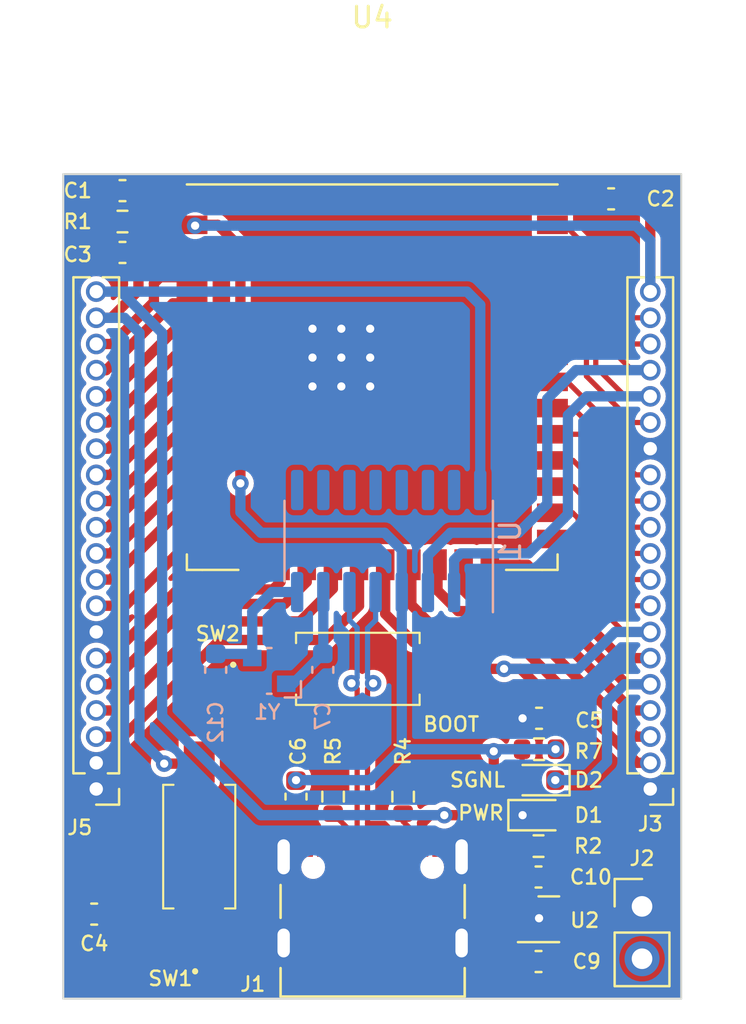
<source format=kicad_pcb>
(kicad_pcb (version 20221018) (generator pcbnew)
  (layers (0 "F.Cu" signal) (31 "B.Cu" signal) (34 "B.Paste" user) (35 "F.Paste" user) (36 "B.SilkS" user "B.Silkscreen") (37 "F.SilkS" user "F.Silkscreen") (38 "B.Mask" user) (39 "F.Mask" user) (44 "Edge.Cuts" user))
  (net 0 "")
  (net 1 "+3.3V")
  (net 2 "GND")
  (net 3 "EN")
  (net 4 "IO0")
  (net 5 "+5V")
  (net 6 "Net-(D1-A)")
  (net 7 "IO16")
  (net 8 "Net-(D2-A)")
  (net 9 "/CC1")
  (net 10 "/D+")
  (net 11 "/D-")
  (net 13 "/CC2")
  (net 15 "CLK")
  (net 16 "SD0")
  (net 17 "SD1")
  (net 18 "IO15")
  (net 19 "IO2")
  (net 20 "IO4")
  (net 21 "IO17")
  (net 22 "IO5")
  (net 23 "IO18")
  (net 24 "IO19")
  (net 25 "IO21")
  (net 26 "IO3")
  (net 27 "IO1")
  (net 28 "IO22")
  (net 29 "IO23")
  (net 30 "CMD")
  (net 31 "SD3")
  (net 32 "SD2")
  (net 33 "IO13")
  (net 34 "IO12")
  (net 35 "IO14")
  (net 36 "IO27")
  (net 37 "IO26")
  (net 38 "IO25")
  (net 39 "IO33")
  (net 40 "IO32")
  (net 41 "IO35")
  (net 42 "IO34")
  (net 43 "IO39")
  (net 44 "IO36")
  (net 46 "Net-(U1-XI)")
  (net 47 "Net-(U1-XO)")
  (footprint "Footprint_KiCAD:PTS636SM43SMTRLFS" (layer "F.Cu") (at 124.3 59)
    (fp_text reference "SW2")
    (fp_text value "PTS636_SM43_SMTR_LFS" hide)
  )
  (footprint "LED_SMD:LED_0603_1608Metric" (layer "F.Cu") (at 133.1 64.4 180)
    (fp_text reference "D2")
    (fp_text value "LED")
  )
  (footprint "Footprint_KiCAD:PTS636SM43SMTRLFS" (layer "F.Cu") (at 116.6 67.625 90)
    (fp_text reference "SW1")
    (fp_text value "PTS636_SM43_SMTR_LFS" hide)
  )
  (footprint "Capacitor_SMD:C_0603_1608Metric" (layer "F.Cu") (at 111.5 70.9 180)
    (fp_text reference "C4")
    (fp_text value ".1uF")
  )
  (footprint "Capacitor_SMD:C_0603_1608Metric" (layer "F.Cu") (at 121.3 65.2 -90)
    (fp_text reference "C6")
    (fp_text value "10nF")
  )
  (footprint "Resistor_SMD:R_0603_1608Metric" (layer "F.Cu") (at 123.1 65.2 90)
    (fp_text reference "R5")
    (fp_text value "5.1K")
  )
  (footprint "Capacitor_SMD:C_0603_1608Metric" (layer "F.Cu") (at 133.075 69.1 180)
    (fp_text reference "C10")
    (fp_text value "2.2uF")
  )
  (footprint "Connector_PinHeader_1.27mm:PinHeader_1x20_P1.27mm_Vertical" (layer "F.Cu") (at 138.5 64.83 180)
    (fp_text reference "J3")
    (fp_text value "Conn_01x20")
  )
  (footprint "Capacitor_SMD:C_0603_1608Metric" (layer "F.Cu") (at 112.875 38.8 180)
    (fp_text reference "C3")
    (fp_text value ".1uF")
  )
  (footprint "Footprint_KiCAD:AMPHENOL_12402012E212A" (layer "F.Cu") (at 125.02 72.3)
    (fp_text reference "J1")
    (fp_text value "12402012E212A")
  )
  (footprint "Resistor_SMD:R_0603_1608Metric" (layer "F.Cu") (at 133.1 62.9 180)
    (fp_text reference "R7")
    (fp_text value "330R")
  )
  (footprint "Package_SON:WSON-6-1EP_2x2mm_P0.65mm_EP1x1.6mm_ThermalVias" (layer "F.Cu") (at 133.075 71.15)
    (fp_text reference "U2")
    (fp_text value "TLV76733DRVx")
  )
  (footprint "Capacitor_SMD:C_0603_1608Metric" (layer "F.Cu") (at 133.075 73.2)
    (fp_text reference "C9")
    (fp_text value "1uF")
  )
  (footprint "LED_SMD:LED_0603_1608Metric" (layer "F.Cu") (at 133.095 66.1)
    (fp_text reference "D1")
    (fp_text value "LED")
  )
  (footprint "Resistor_SMD:R_0603_1608Metric" (layer "F.Cu") (at 126.5 65.2 90)
    (fp_text reference "R4")
    (fp_text value "5.1K")
  )
  (footprint "Footprint_KiCAD:ESP32-WROOM-32E" (layer "F.Cu") (at 125 43.2)
    (fp_text reference "U4")
    (fp_text value "ESP32-WROOM-32")
  )
  (footprint "Capacitor_SMD:C_0603_1608Metric" (layer "F.Cu") (at 136.6 36.2 180)
    (fp_text reference "C2")
    (fp_text value "22uF/16V")
  )
  (footprint "Resistor_SMD:R_0603_1608Metric" (layer "F.Cu") (at 133.075 67.6)
    (fp_text reference "R2")
    (fp_text value "330R")
  )
  (footprint "Connector_PinHeader_1.27mm:PinHeader_1x20_P1.27mm_Vertical" (layer "F.Cu") (at 111.6 64.83 180)
    (fp_text reference "J5")
    (fp_text value "Conn_01x20")
  )
  (footprint "Capacitor_SMD:C_0603_1608Metric" (layer "F.Cu") (at 133.1 61.4 180)
    (fp_text reference "C5")
    (fp_text value ".1uF")
  )
  (footprint "Capacitor_SMD:C_0603_1608Metric" (layer "F.Cu") (at 112.875 35.8 180)
    (fp_text reference "C1")
    (fp_text value ".1uF")
  )
  (footprint "Connector_PinHeader_2.54mm:PinHeader_1x02_P2.54mm_Vertical" (layer "F.Cu") (at 138.1 70.525)
    (fp_text reference "J2")
    (fp_text value "5v INPUT")
  )
  (footprint "Resistor_SMD:R_0603_1608Metric" (layer "F.Cu") (at 112.875 37.3)
    (fp_text reference "R1")
    (fp_text value "10K")
  )
  (footprint "Package_SO:SOIC-16_3.9x9.9mm_P1.27mm" (layer "B.Cu") (at 125.8 52.8 90)
    (fp_text reference "U1")
    (fp_text value "CH340G")
  )
  (footprint "Crystal:Crystal_SMD_Abracon_ABM10-4Pin_2.5x2.0mm" (layer "B.Cu") (at 120 59.1 90)
    (fp_text reference "Y1")
    (fp_text value "12Mz")
  )
  (footprint "Capacitor_SMD:C_0603_1608Metric" (layer "B.Cu") (at 122.6 59.05 -90)
    (fp_text reference "C7")
    (fp_text value "22pF")
  )
  (footprint "Capacitor_SMD:C_0603_1608Metric" (layer "B.Cu") (at 117.4 59.05 -90)
    (fp_text reference "C12")
    (fp_text value "22pF")
  )
  (gr_line (start 110 75) (end 140 75) (stroke (width 0.1)) (layer "Edge.Cuts"))
  (gr_line (start 110 35) (end 140 35) (stroke (width 0.1)) (layer "Edge.Cuts"))
  (gr_line (start 110 35) (end 110 75) (stroke (width 0.1)) (layer "Edge.Cuts"))
  (gr_line (start 140 75) (end 140 35) (stroke (width 0.1)) (layer "Edge.Cuts"))
  (gr_text "PWR" (at 129.1 66.4) (layer "F.SilkS") (effects (font (size 0.7 0.7) (thickness 0.12) bold) (justify left bottom)))
  (gr_text "BOOT" (at 127.4 62.1) (layer "F.SilkS") (effects (font (size 0.7 0.7) (thickness 0.12) bold) (justify left bottom)))
  (gr_text "SGNL" (at 128.7 64.8) (layer "F.SilkS") (effects (font (size 0.7 0.7) (thickness 0.12) bold) (justify left bottom)))
  (segment (start 130.9 66.786192) (end 131.713808 67.6) (width 0.5) (layer "F.Cu") (net 1))
  (segment (start 117.5 37.46) (end 118.6 38.56) (width 0.5) (layer "F.Cu") (net 1))
  (segment (start 131.713808 67.6) (end 132.25 67.6) (width 0.5) (layer "F.Cu") (net 1))
  (segment (start 116.25 37.46) (end 114.96 37.46) (width 0.5) (layer "F.Cu") (net 1))
  (segment (start 116.25 37.46) (end 116.36 37.46) (width 0.5) (layer "F.Cu") (net 1))
  (segment (start 132.1875 67.6625) (end 132.1875 70.5) (width 0.254) (layer "F.Cu") (net 1))
  (segment (start 132.25 67.6) (end 132.1875 67.6625) (width 0.254) (layer "F.Cu") (net 1))
  (segment (start 138.5 36.6) (end 138.5 40.7) (width 0.5) (layer "F.Cu") (net 1))
  (segment (start 130.9 63) (end 130.9 66.786192) (width 0.5) (layer "F.Cu") (net 1))
  (segment (start 116.44 37.46) (end 117.5 37.46) (width 0.5) (layer "F.Cu") (net 1))
  (segment (start 112.15 37.3) (end 113.65 35.8) (width 0.254) (layer "F.Cu") (net 1))
  (segment (start 112.05 37.3) (end 112.15 37.3) (width 0.254) (layer "F.Cu") (net 1))
  (segment (start 116.4 37.5) (end 116.44 37.46) (width 0.5) (layer "F.Cu") (net 1))
  (segment (start 138.1 36.2) (end 138.5 36.6) (width 0.5) (layer "F.Cu") (net 1))
  (segment (start 114.7 37.2) (end 114.7 36.1) (width 0.5) (layer "F.Cu") (net 1))
  (segment (start 118.6 38.56) (end 118.6 50) (width 0.5) (layer "F.Cu") (net 1))
  (segment (start 114.4 35.8) (end 113.65 35.8) (width 0.5) (layer "F.Cu") (net 1))
  (segment (start 137.375 36.2) (end 138.1 36.2) (width 0.5) (layer "F.Cu") (net 1))
  (segment (start 114.96 37.46) (end 114.7 37.2) (width 0.5) (layer "F.Cu") (net 1))
  (segment (start 114.7 36.1) (end 114.4 35.8) (width 0.5) (layer "F.Cu") (net 1))
  (segment (start 116.36 37.46) (end 116.4 37.5) (width 0.5) (layer "F.Cu") (net 1))
  (segment (start 132.1875 70.5) (end 132.1875 71.15) (width 0.254) (layer "F.Cu") (net 1))
  (via (at 130.9 63) (size 0.8) (drill 0.4) (layers "F.Cu" "B.Cu") (net 1))
  (via (at 116.4 37.5) (size 0.8) (drill 0.4) (layers "F.Cu" "B.Cu") (net 1))
  (via (at 121.3 64.4) (size 0.8) (drill 0.4) (layers "F.Cu" "B.Cu") (net 1))
  (via (at 118.6 50) (size 0.8) (drill 0.4) (layers "F.Cu" "B.Cu") (net 1))
  (via (at 133.9 62.9) (size 0.8) (drill 0.4) (layers "F.Cu" "B.Cu") (net 1))
  (segment (start 124.9 64.4) (end 126.435 62.865) (width 0.5) (layer "B.Cu") (net 1))
  (segment (start 130.9 63) (end 130.8 62.9) (width 0.5) (layer "B.Cu") (net 1))
  (segment (start 118.6 51.4) (end 119.6 52.4) (width 0.5) (layer "B.Cu") (net 1))
  (segment (start 119.6 52.4) (end 125.6 52.4) (width 0.5) (layer "B.Cu") (net 1))
  (segment (start 126.435 53.235) (end 126.435 55.275) (width 0.5) (layer "B.Cu") (net 1))
  (segment (start 125.6 52.4) (end 126.435 53.235) (width 0.5) (layer "B.Cu") (net 1))
  (segment (start 121.3 64.4) (end 124.9 64.4) (width 0.5) (layer "B.Cu") (net 1))
  (segment (start 126.435 62.865) (end 126.435 55.275) (width 0.5) (layer "B.Cu") (net 1))
  (segment (start 131 62.9) (end 130.9 63) (width 0.5) (layer "B.Cu") (net 1))
  (segment (start 126.47 62.9) (end 126.435 62.865) (width 0.5) (layer "B.Cu") (net 1))
  (segment (start 118.6 50) (end 118.6 51.4) (width 0.5) (layer "B.Cu") (net 1))
  (segment (start 130.8 62.9) (end 126.47 62.9) (width 0.5) (layer "B.Cu") (net 1))
  (segment (start 137.8 37.5) (end 138.5 38.2) (width 0.5) (layer "B.Cu") (net 1))
  (segment (start 138.5 38.2) (end 138.5 40.7) (width 0.5) (layer "B.Cu") (net 1))
  (segment (start 133.9 62.9) (end 131 62.9) (width 0.5) (layer "B.Cu") (net 1))
  (segment (start 116.4 37.5) (end 137.8 37.5) (width 0.5) (layer "B.Cu") (net 1))
  (segment (start 133.15 71.15) (end 133.1 71.1) (width 0.254) (layer "F.Cu") (net 2))
  (segment (start 111.6 66.3) (end 111.6 64.83) (width 0.5) (layer "F.Cu") (net 2))
  (segment (start 116.125 72.2) (end 116.6 71.725) (width 0.5) (layer "F.Cu") (net 2))
  (segment (start 121.27 67.55) (end 120.7 68.12) (width 0.5) (layer "F.Cu") (net 2))
  (segment (start 116.6 71.725) (end 120.125 71.725) (width 0.5) (layer "F.Cu") (net 2))
  (segment (start 128.22 67.55) (end 128.77 67.55) (width 0.254) (layer "F.Cu") (net 2))
  (segment (start 132.3 73) (end 132.3 73.2) (width 0.5) (layer "F.Cu") (net 2))
  (segment (start 133.075 72.225) (end 132.3 73) (width 0.5) (layer "F.Cu") (net 2))
  (segment (start 110.725 70.9) (end 110.725 71.625) (width 0.5) (layer "F.Cu") (net 2))
  (segment (start 121.82 67.55) (end 121.27 67.55) (width 0.5) (layer "F.Cu") (net 2))
  (segment (start 132.425 71.8) (end 133.075 71.15) (width 0.254) (layer "F.Cu") (net 2))
  (segment (start 121.3 67.03) (end 121.82 67.55) (width 0.5) (layer "F.Cu") (net 2))
  (segment (start 128.77 67.55) (end 129.34 68.12) (width 0.254) (layer "F.Cu") (net 2))
  (segment (start 133.9625 71.15) (end 133.15 71.15) (width 0.254) (layer "F.Cu") (net 2))
  (segment (start 110.725 71.625) (end 111.3 72.2) (width 0.5) (layer "F.Cu") (net 2))
  (segment (start 110.725 70.9) (end 110.725 67.175) (width 0.5) (layer "F.Cu") (net 2))
  (segment (start 133.075 71.7) (end 133.075 72.225) (width 0.5) (layer "F.Cu") (net 2))
  (segment (start 132.1875 71.8) (end 132.425 71.8) (width 0.254) (layer "F.Cu") (net 2))
  (segment (start 133.1 71.1) (end 133.075 71.15) (width 0.254) (layer "F.Cu") (net 2))
  (segment (start 120.7 68.12) (end 120.7 72.3) (width 0.5) (layer "F.Cu") (net 2))
  (segment (start 111.3 72.2) (end 116.125 72.2) (width 0.5) (layer "F.Cu") (net 2))
  (segment (start 121.3 65.975) (end 121.3 67.03) (width 0.5) (layer "F.Cu") (net 2))
  (segment (start 110.725 67.175) (end 111.6 66.3) (width 0.5) (layer "F.Cu") (net 2))
  (segment (start 120.125 71.725) (end 120.7 72.3) (width 0.5) (layer "F.Cu") (net 2))
  (segment (start 111.6 63.56) (end 111.6 64.83) (width 0.5) (layer "F.Cu") (net 2))
  (via (at 123.5 43.9) (size 0.8) (drill 0.4) (layers "F.Cu" "B.Cu") (net 2))
  (via (at 122.1 42.5) (size 0.8) (drill 0.4) (layers "F.Cu" "B.Cu") (net 2))
  (via (at 122.1 45.3) (size 0.8) (drill 0.4) (layers "F.Cu" "B.Cu") (net 2))
  (via (at 123.5 45.3) (size 0.8) (drill 0.4) (layers "F.Cu" "B.Cu") (net 2))
  (via (at 132.3 66.1) (size 0.8) (drill 0.4) (layers "F.Cu" "B.Cu") (net 2))
  (via (at 124.9 43.9) (size 0.8) (drill 0.4) (layers "F.Cu" "B.Cu") (net 2))
  (via (at 124.9 45.3) (size 0.8) (drill 0.4) (layers "F.Cu" "B.Cu") (net 2))
  (via (at 124.9 42.5) (size 0.8) (drill 0.4) (layers "F.Cu" "B.Cu") (net 2))
  (via (at 123.5 42.5) (size 0.8) (drill 0.4) (layers "F.Cu" "B.Cu") (net 2))
  (via (at 132.3 61.4) (size 0.8) (drill 0.4) (layers "F.Cu" "B.Cu") (net 2))
  (via (at 122.1 43.9) (size 0.8) (drill 0.4) (layers "F.Cu" "B.Cu") (net 2))
  (via (at 133.1 71.1) (size 0.8) (drill 0.4) (layers "F.Cu" "B.Cu") (net 2))
  (segment (start 116.6 66.9) (end 116.6 63.525) (width 0.5) (layer "F.Cu") (net 3))
  (segment (start 113.65 40.65) (end 113.65 38.8) (width 0.5) (layer "F.Cu") (net 3))
  (segment (start 113.7 38.75) (end 113.65 38.8) (width 0.5) (layer "F.Cu") (net 3))
  (segment (start 116.525 63.6) (end 116.6 63.525) (width 0.5) (layer "F.Cu") (net 3))
  (segment (start 115.6 67.9) (end 116.6 66.9) (width 0.5) (layer "F.Cu") (net 3))
  (segment (start 111.6 41.97) (end 112.33 41.97) (width 0.5) (layer "F.Cu") (net 3))
  (segment (start 112.275 68.925) (end 113.3 67.9) (width 0.5) (layer "F.Cu") (net 3))
  (segment (start 113.7 37.3) (end 113.7 38.75) (width 0.5) (layer "F.Cu") (net 3))
  (segment (start 113.72 38.73) (end 113.65 38.8) (width 0.5) (layer "F.Cu") (net 3))
  (segment (start 116.25 38.73) (end 113.72 38.73) (width 0.5) (layer "F.Cu") (net 3))
  (segment (start 112.33 41.97) (end 113.65 40.65) (width 0.5) (layer "F.Cu") (net 3))
  (segment (start 112.275 70.9) (end 112.275 68.925) (width 0.5) (layer "F.Cu") (net 3))
  (segment (start 114.9 63.6) (end 116.525 63.6) (width 0.5) (layer "F.Cu") (net 3))
  (segment (start 113.3 67.9) (end 115.6 67.9) (width 0.5) (layer "F.Cu") (net 3))
  (via (at 114.9 63.6) (size 0.8) (drill 0.4) (layers "F.Cu" "B.Cu") (net 3))
  (segment (start 113.7 62.4) (end 113.7 42.7) (width 0.5) (layer "B.Cu") (net 3))
  (segment (start 112.97 41.97) (end 111.6 41.97) (width 0.5) (layer "B.Cu") (net 3))
  (segment (start 113.7 42.7) (end 112.97 41.97) (width 0.5) (layer "B.Cu") (net 3))
  (segment (start 114.9 63.6) (end 113.7 62.4) (width 0.5) (layer "B.Cu") (net 3))
  (segment (start 128.4 59) (end 131.4 59) (width 0.5) (layer "F.Cu") (net 4))
  (segment (start 133.75 52.7) (end 133.75 53.75) (width 0.254) (layer "F.Cu") (net 4))
  (segment (start 137.21 57.21) (end 138.5 57.21) (width 0.254) (layer "F.Cu") (net 4))
  (segment (start 133.875 60.675) (end 133.875 61.4) (width 0.5) (layer "F.Cu") (net 4))
  (segment (start 132.2 59) (end 133.875 60.675) (width 0.5) (layer "F.Cu") (net 4))
  (segment (start 133.75 53.75) (end 137.21 57.21) (width 0.254) (layer "F.Cu") (net 4))
  (segment (start 131.4 59) (end 132.2 59) (width 0.5) (layer "F.Cu") (net 4))
  (via (at 131.4 59) (size 0.8) (drill 0.4) (layers "F.Cu" "B.Cu") (net 4))
  (segment (start 136.79 57.21) (end 138.5 57.21) (width 0.5) (layer "B.Cu") (net 4))
  (segment (start 135 59) (end 136.79 57.21) (width 0.5) (layer "B.Cu") (net 4))
  (segment (start 131.4 59) (end 135 59) (width 0.5) (layer "B.Cu") (net 4))
  (segment (start 133.4 74.4) (end 131.1 74.4) (width 0.5) (layer "F.Cu") (net 5))
  (segment (start 131.1 74.4) (end 130.4 73.7) (width 0.5) (layer "F.Cu") (net 5))
  (segment (start 126.337222 69.2) (end 127.42 68.117222) (width 0.254) (layer "F.Cu") (net 5))
  (segment (start 128.5 66.1) (end 127.8 66.1) (width 0.5) (layer "F.Cu") (net 5))
  (segment (start 127.42 66.48) (end 127.42 67.55) (width 0.5) (layer "F.Cu") (net 5))
  (segment (start 129.223858 66.1) (end 128.5 66.1) (width 0.5) (layer "F.Cu") (net 5))
  (segment (start 130.4 73.7) (end 130.4 67.276142) (width 0.5) (layer "F.Cu") (net 5))
  (segment (start 133.85 73.95) (end 133.4 74.4) (width 0.5) (layer "F.Cu") (net 5))
  (segment (start 122.62 68.117222) (end 123.702778 69.2) (width 0.254) (layer "F.Cu") (net 5))
  (segment (start 127.8 66.1) (end 127.42 66.48) (width 0.5) (layer "F.Cu") (net 5))
  (segment (start 122.62 67.55) (end 122.62 68.117222) (width 0.254) (layer "F.Cu") (net 5))
  (segment (start 127.42 68.117222) (end 127.42 67.55) (width 0.254) (layer "F.Cu") (net 5))
  (segment (start 133.85 73.2) (end 133.85 73.95) (width 0.5) (layer "F.Cu") (net 5))
  (segment (start 123.702778 69.2) (end 126.337222 69.2) (width 0.254) (layer "F.Cu") (net 5))
  (segment (start 130.4 67.276142) (end 129.223858 66.1) (width 0.5) (layer "F.Cu") (net 5))
  (via (at 128.5 66.1) (size 0.8) (drill 0.4) (layers "F.Cu" "B.Cu") (net 5))
  (segment (start 114.8 42.7) (end 112.8 40.7) (width 0.5) (layer "B.Cu") (net 5))
  (segment (start 130.245 41.345) (end 129.6 40.7) (width 0.5) (layer "B.Cu") (net 5))
  (segment (start 114.8 61.3) (end 114.8 42.7) (width 0.5) (layer "B.Cu") (net 5))
  (segment (start 130.245 50.325) (end 130.245 41.345) (width 0.5) (layer "B.Cu") (net 5))
  (segment (start 128.5 66.1) (end 119.6 66.1) (width 0.5) (layer "B.Cu") (net 5))
  (segment (start 119.6 66.1) (end 114.8 61.3) (width 0.5) (layer "B.Cu") (net 5))
  (segment (start 112.8 40.7) (end 111.6 40.7) (width 0.5) (layer "B.Cu") (net 5))
  (segment (start 129.6 40.7) (end 112.8 40.7) (width 0.5) (layer "B.Cu") (net 5))
  (segment (start 133.8825 67.5825) (end 133.9 67.6) (width 0.254) (layer "F.Cu") (net 6))
  (segment (start 133.8825 66.1) (end 133.8825 67.5825) (width 0.254) (layer "F.Cu") (net 6))
  (segment (start 134.754 50.16) (end 135.5 50.906) (width 0.254) (layer "F.Cu") (net 7))
  (segment (start 136.77 54.67) (end 138.5 54.67) (width 0.254) (layer "F.Cu") (net 7))
  (segment (start 133.75 50.16) (end 134.754 50.16) (width 0.254) (layer "F.Cu") (net 7))
  (segment (start 135.5 53.4) (end 136.77 54.67) (width 0.254) (layer "F.Cu") (net 7))
  (segment (start 135.5 50.906) (end 135.5 53.4) (width 0.254) (layer "F.Cu") (net 7))
  (segment (start 132.275 62.9) (end 132.275 64.3625) (width 0.254) (layer "F.Cu") (net 8))
  (segment (start 132.275 64.3625) (end 132.3125 64.4) (width 0.254) (layer "F.Cu") (net 8))
  (segment (start 123.77 66.695) (end 123.1 66.025) (width 0.254) (layer "F.Cu") (net 9))
  (segment (start 123.77 67.55) (end 123.77 66.695) (width 0.254) (layer "F.Cu") (net 9))
  (segment (start 125.77 66.67) (end 125.6 66.5) (width 0.254) (layer "F.Cu") (net 10))
  (segment (start 124.772 66.5) (end 124.772 59.973) (width 0.254) (layer "F.Cu") (net 10))
  (segment (start 125.6 66.5) (end 124.772 66.5) (width 0.254) (layer "F.Cu") (net 10))
  (segment (start 124.772 59.973) (end 125.045 59.7) (width 0.254) (layer "F.Cu") (net 10))
  (segment (start 124.772 67.548) (end 124.772 66.5) (width 0.254) (layer "F.Cu") (net 10))
  (segment (start 125.77 67.55) (end 125.77 66.67) (width 0.254) (layer "F.Cu") (net 10))
  (segment (start 124.77 67.55) (end 124.772 67.548) (width 0.254) (layer "F.Cu") (net 10))
  (via (at 125.045 59.7) (size 0.8) (drill 0.4) (layers "F.Cu" "B.Cu") (net 10))
  (segment (start 124.772 57.030501) (end 125.165 56.637501) (width 0.254) (layer "B.Cu") (net 10))
  (segment (start 124.772 59.427) (end 124.772 57.030501) (width 0.254) (layer "B.Cu") (net 10))
  (segment (start 125.165 56.637501) (end 125.165 55.275) (width 0.254) (layer "B.Cu") (net 10))
  (segment (start 125.045 59.7) (end 124.772 59.427) (width 0.254) (layer "B.Cu") (net 10))
  (segment (start 124.268 59.973) (end 123.995 59.7) (width 0.254) (layer "F.Cu") (net 11))
  (segment (start 125.27 68.43) (end 125.27 67.55) (width 0.254) (layer "F.Cu") (net 11))
  (segment (start 124.27 67.55) (end 124.268 67.548) (width 0.254) (layer "F.Cu") (net 11))
  (segment (start 124.5 68.7) (end 125 68.7) (width 0.254) (layer "F.Cu") (net 11))
  (segment (start 124.268 67.548) (end 124.268 59.973) (width 0.254) (layer "F.Cu") (net 11))
  (segment (start 125 68.7) (end 125.27 68.43) (width 0.254) (layer "F.Cu") (net 11))
  (segment (start 124.27 68.47) (end 124.5 68.7) (width 0.254) (layer "F.Cu") (net 11))
  (segment (start 124.27 67.55) (end 124.27 68.47) (width 0.254) (layer "F.Cu") (net 11))
  (via (at 123.995 59.7) (size 0.8) (drill 0.4) (layers "F.Cu" "B.Cu") (net 11))
  (segment (start 124.268 59.427) (end 124.268 57.010501) (width 0.254) (layer "B.Cu") (net 11))
  (segment (start 124.268 57.010501) (end 123.895 56.637501) (width 0.254) (layer "B.Cu") (net 11))
  (segment (start 123.995 59.7) (end 124.268 59.427) (width 0.254) (layer "B.Cu") (net 11))
  (segment (start 123.895 56.637501) (end 123.895 55.275) (width 0.254) (layer "B.Cu") (net 11))
  (segment (start 126.5 66.406) (end 126.5 66.025) (width 0.254) (layer "F.Cu") (net 13))
  (segment (start 126.77 66.676) (end 126.5 66.406) (width 0.254) (layer "F.Cu") (net 13))
  (segment (start 126.77 67.55) (end 126.77 66.676) (width 0.254) (layer "F.Cu") (net 13))
  (segment (start 137.86 63.56) (end 138.5 63.56) (width 0.5) (layer "F.Cu") (net 15))
  (segment (start 132 57.7) (end 137.86 63.56) (width 0.5) (layer "F.Cu") (net 15))
  (segment (start 125.63 56.33) (end 127 57.7) (width 0.5) (layer "F.Cu") (net 15))
  (segment (start 127 57.7) (end 132 57.7) (width 0.5) (layer "F.Cu") (net 15))
  (segment (start 125.63 53.95) (end 125.63 56.33) (width 0.5) (layer "F.Cu") (net 15))
  (segment (start 126.9 53.95) (end 126.9 55.9) (width 0.5) (layer "F.Cu") (net 16))
  (segment (start 126.9 55.9) (end 127.9 56.9) (width 0.5) (layer "F.Cu") (net 16))
  (segment (start 127.9 56.9) (end 132.402894 56.9) (width 0.5) (layer "F.Cu") (net 16))
  (segment (start 137.792894 62.29) (end 138.5 62.29) (width 0.5) (layer "F.Cu") (net 16))
  (segment (start 132.402894 56.9) (end 137.792894 62.29) (width 0.5) (layer "F.Cu") (net 16))
  (segment (start 128.17 55.2) (end 129.17 56.2) (width 0.5) (layer "F.Cu") (net 17))
  (segment (start 132.8 56.2) (end 137.62 61.02) (width 0.5) (layer "F.Cu") (net 17))
  (segment (start 128.17 53.95) (end 128.17 55.2) (width 0.5) (layer "F.Cu") (net 17))
  (segment (start 129.17 56.2) (end 132.8 56.2) (width 0.5) (layer "F.Cu") (net 17))
  (segment (start 137.62 61.02) (end 138.5 61.02) (width 0.5) (layer "F.Cu") (net 17))
  (segment (start 133.08995 55.5) (end 137.33995 59.75) (width 0.5) (layer "F.Cu") (net 18))
  (segment (start 129.74 55.5) (end 133.08995 55.5) (width 0.5) (layer "F.Cu") (net 18))
  (segment (start 129.44 55.2) (end 129.74 55.5) (width 0.5) (layer "F.Cu") (net 18))
  (segment (start 129.44 53.95) (end 129.44 55.2) (width 0.5) (layer "F.Cu") (net 18))
  (segment (start 137.33995 59.75) (end 138.5 59.75) (width 0.5) (layer "F.Cu") (net 18))
  (via (at 133.8875 64.4) (size 0.8) (drill 0.4) (layers "F.Cu" "B.Cu") (net 18))
  (segment (start 136.4 63.5) (end 136.4 60.6) (width 0.5) (layer "B.Cu") (net 18))
  (segment (start 136.4 60.6) (end 137.25 59.75) (width 0.5) (layer "B.Cu") (net 18))
  (segment (start 135.5 64.4) (end 136.4 63.5) (width 0.5) (layer "B.Cu") (net 18))
  (segment (start 133.8875 64.4) (end 135.5 64.4) (width 0.5) (layer "B.Cu") (net 18))
  (segment (start 137.25 59.75) (end 138.5 59.75) (width 0.5) (layer "B.Cu") (net 18))
  (segment (start 137.0599 58.48) (end 138.5 58.48) (width 0.5) (layer "F.Cu") (net 19))
  (segment (start 132.5299 53.95) (end 137.0599 58.48) (width 0.5) (layer "F.Cu") (net 19))
  (segment (start 130.71 53.95) (end 132.5299 53.95) (width 0.5) (layer "F.Cu") (net 19))
  (segment (start 134.73 51.43) (end 135 51.7) (width 0.254) (layer "F.Cu") (net 20))
  (segment (start 133.75 51.43) (end 134.73 51.43) (width 0.254) (layer "F.Cu") (net 20))
  (segment (start 137.04 55.94) (end 138.5 55.94) (width 0.254) (layer "F.Cu") (net 20))
  (segment (start 135 51.7) (end 135 53.9) (width 0.254) (layer "F.Cu") (net 20))
  (segment (start 135 53.9) (end 137.04 55.94) (width 0.254) (layer "F.Cu") (net 20))
  (segment (start 135.954 50.09) (end 135.954 52.554) (width 0.254) (layer "F.Cu") (net 21))
  (segment (start 136.8 53.4) (end 138.5 53.4) (width 0.254) (layer "F.Cu") (net 21))
  (segment (start 134.754 48.89) (end 135.954 50.09) (width 0.254) (layer "F.Cu") (net 21))
  (segment (start 133.75 48.89) (end 134.754 48.89) (width 0.254) (layer "F.Cu") (net 21))
  (segment (start 135.954 52.554) (end 136.8 53.4) (width 0.254) (layer "F.Cu") (net 21))
  (segment (start 135.12 47.62) (end 136.408 48.908) (width 0.254) (layer "F.Cu") (net 22))
  (segment (start 133.75 47.62) (end 135.12 47.62) (width 0.254) (layer "F.Cu") (net 22))
  (segment (start 137.338 52.13) (end 138.5 52.13) (width 0.254) (layer "F.Cu") (net 22))
  (segment (start 136.408 51.2) (end 137.338 52.13) (width 0.254) (layer "F.Cu") (net 22))
  (segment (start 136.408 48.908) (end 136.408 51.2) (width 0.254) (layer "F.Cu") (net 22))
  (segment (start 136.862 50.362) (end 136.862 48.458) (width 0.254) (layer "F.Cu") (net 23))
  (segment (start 138.5 50.86) (end 137.36 50.86) (width 0.254) (layer "F.Cu") (net 23))
  (segment (start 137.36 50.86) (end 136.862 50.362) (width 0.254) (layer "F.Cu") (net 23))
  (segment (start 134.754 46.35) (end 133.75 46.35) (width 0.254) (layer "F.Cu") (net 23))
  (segment (start 136.862 48.458) (end 134.754 46.35) (width 0.254) (layer "F.Cu") (net 23))
  (segment (start 134.48 45.08) (end 133.75 45.08) (width 0.254) (layer "F.Cu") (net 24))
  (segment (start 137.316 49.113106) (end 137.316 47.916) (width 0.254) (layer "F.Cu") (net 24))
  (segment (start 137.316 47.916) (end 134.48 45.08) (width 0.254) (layer "F.Cu") (net 24))
  (segment (start 138.5 49.59) (end 137.792894 49.59) (width 0.254) (layer "F.Cu") (net 24))
  (segment (start 137.792894 49.59) (end 137.316 49.113106) (width 0.254) (layer "F.Cu") (net 24))
  (segment (start 135.4 43.4) (end 134.54 42.54) (width 0.254) (layer "F.Cu") (net 25))
  (segment (start 134.54 42.54) (end 133.75 42.54) (width 0.254) (layer "F.Cu") (net 25))
  (segment (start 135.4 44.8) (end 135.4 43.4) (width 0.254) (layer "F.Cu") (net 25))
  (segment (start 138.5 47.05) (end 137.65 47.05) (width 0.254) (layer "F.Cu") (net 25))
  (segment (start 137.65 47.05) (end 135.4 44.8) (width 0.254) (layer "F.Cu") (net 25))
  (segment (start 137.28 45.78) (end 135.854 44.354) (width 0.254) (layer "F.Cu") (net 26))
  (segment (start 135.854 44.354) (end 135.854 42.37) (width 0.254) (layer "F.Cu") (net 26))
  (segment (start 135.854 42.37) (end 134.754 41.27) (width 0.254) (layer "F.Cu") (net 26))
  (segment (start 134.754 41.27) (end 133.75 41.27) (width 0.254) (layer "F.Cu") (net 26))
  (segment (start 138.5 45.78) (end 137.28 45.78) (width 0.254) (layer "F.Cu") (net 26))
  (segment (start 134.5 51.5) (end 134.5 46.7) (width 0.5) (layer "B.Cu") (net 26))
  (segment (start 129.3 53.4) (end 132.6 53.4) (width 0.5) (layer "B.Cu") (net 26))
  (segment (start 135.42 45.78) (end 138.5 45.78) (width 0.5) (layer "B.Cu") (net 26))
  (segment (start 128.975 55.275) (end 128.975 53.725) (width 0.5) (layer "B.Cu") (net 26))
  (segment (start 128.975 53.725) (end 129.3 53.4) (width 0.5) (layer "B.Cu") (net 26))
  (segment (start 134.5 46.7) (end 135.42 45.78) (width 0.5) (layer "B.Cu") (net 26))
  (segment (start 132.6 53.4) (end 134.5 51.5) (width 0.5) (layer "B.Cu") (net 26))
  (segment (start 136.346 43.246) (end 136.346 41.546) (width 0.254) (layer "F.Cu") (net 27))
  (segment (start 137.61 44.51) (end 136.346 43.246) (width 0.254) (layer "F.Cu") (net 27))
  (segment (start 136.346 41.546) (end 134.8 40) (width 0.254) (layer "F.Cu") (net 27))
  (segment (start 134.8 40) (end 133.75 40) (width 0.254) (layer "F.Cu") (net 27))
  (segment (start 138.5 44.51) (end 137.61 44.51) (width 0.254) (layer "F.Cu") (net 27))
  (segment (start 128.8 52.4) (end 132.1 52.4) (width 0.5) (layer "B.Cu") (net 27))
  (segment (start 127.705 55.275) (end 127.705 53.495) (width 0.5) (layer "B.Cu") (net 27))
  (segment (start 127.705 53.495) (end 128.8 52.4) (width 0.5) (layer "B.Cu") (net 27))
  (segment (start 133.5 45.9) (end 134.89 44.51) (width 0.5) (layer "B.Cu") (net 27))
  (segment (start 133.5 51) (end 133.5 45.9) (width 0.5) (layer "B.Cu") (net 27))
  (segment (start 134.89 44.51) (end 138.5 44.51) (width 0.5) (layer "B.Cu") (net 27))
  (segment (start 132.1 52.4) (end 133.5 51) (width 0.5) (layer "B.Cu") (net 27))
  (segment (start 136.8 42.5) (end 136.8 40.776) (width 0.254) (layer "F.Cu") (net 28))
  (segment (start 137.54 43.24) (end 136.8 42.5) (width 0.254) (layer "F.Cu") (net 28))
  (segment (start 138.5 43.24) (end 137.54 43.24) (width 0.254) (layer "F.Cu") (net 28))
  (segment (start 136.8 40.776) (end 134.754 38.73) (width 0.254) (layer "F.Cu") (net 28))
  (segment (start 134.754 38.73) (end 133.75 38.73) (width 0.254) (layer "F.Cu") (net 28))
  (segment (start 137.254 40.38) (end 134.334 37.46) (width 0.254) (layer "F.Cu") (net 29))
  (segment (start 137.254 41.754) (end 137.254 40.38) (width 0.254) (layer "F.Cu") (net 29))
  (segment (start 134.334 37.46) (end 133.75 37.46) (width 0.254) (layer "F.Cu") (net 29))
  (segment (start 137.47 41.97) (end 137.254 41.754) (width 0.254) (layer "F.Cu") (net 29))
  (segment (start 138.5 41.97) (end 137.47 41.97) (width 0.254) (layer "F.Cu") (net 29))
  (segment (start 117.6 57.6) (end 122.7 57.6) (width 0.5) (layer "F.Cu") (net 30))
  (segment (start 111.6 62.29) (end 112.91 62.29) (width 0.5) (layer "F.Cu") (net 30))
  (segment (start 112.91 62.29) (end 117.6 57.6) (width 0.5) (layer "F.Cu") (net 30))
  (segment (start 122.7 57.6) (end 124.36 55.94) (width 0.5) (layer "F.Cu") (net 30))
  (segment (start 124.36 55.94) (end 124.36 53.95) (width 0.5) (layer "F.Cu") (net 30))
  (segment (start 123.09 55.11) (end 123.09 53.95) (width 0.5) (layer "F.Cu") (net 31))
  (segment (start 121.5 56.7) (end 123.09 55.11) (width 0.5) (layer "F.Cu") (net 31))
  (segment (start 112.58 61.02) (end 116.9 56.7) (width 0.5) (layer "F.Cu") (net 31))
  (segment (start 111.6 61.02) (end 112.58 61.02) (width 0.5) (layer "F.Cu") (net 31))
  (segment (start 116.9 56.7) (end 121.5 56.7) (width 0.5) (layer "F.Cu") (net 31))
  (segment (start 111.6 59.75) (end 112.25 59.75) (width 0.5) (layer "F.Cu") (net 32))
  (segment (start 120.75 55.85) (end 121.82 54.78) (width 0.5) (layer "F.Cu") (net 32))
  (segment (start 112.25 59.75) (end 116.15 55.85) (width 0.5) (layer "F.Cu") (net 32))
  (segment (start 116.15 55.85) (end 120.75 55.85) (width 0.5) (layer "F.Cu") (net 32))
  (segment (start 121.82 54.78) (end 121.82 53.95) (width 0.5) (layer "F.Cu") (net 32))
  (segment (start 115.55 55.15) (end 120.18 55.15) (width 0.5) (layer "F.Cu") (net 33))
  (segment (start 111.6 58.48) (end 112.22 58.48) (width 0.5) (layer "F.Cu") (net 33))
  (segment (start 112.22 58.48) (end 115.55 55.15) (width 0.5) (layer "F.Cu") (net 33))
  (segment (start 120.55 54.78) (end 120.55 53.95) (width 0.5) (layer "F.Cu") (net 33))
  (segment (start 120.18 55.15) (end 120.55 54.78) (width 0.5) (layer "F.Cu") (net 33))
  (segment (start 116.25 52.7) (end 113.01 55.94) (width 0.5) (layer "F.Cu") (net 34))
  (segment (start 113.01 55.94) (end 111.6 55.94) (width 0.5) (layer "F.Cu") (net 34))
  (segment (start 115.547106 51.43) (end 112.307106 54.67) (width 0.5) (layer "F.Cu") (net 35))
  (segment (start 112.307106 54.67) (end 111.6 54.67) (width 0.5) (layer "F.Cu") (net 35))
  (segment (start 116.25 51.43) (end 115.547106 51.43) (width 0.5) (layer "F.Cu") (net 35))
  (segment (start 115.547106 50.16) (end 112.307106 53.4) (width 0.5) (layer "F.Cu") (net 36))
  (segment (start 112.307106 53.4) (end 111.6 53.4) (width 0.5) (layer "F.Cu") (net 36))
  (segment (start 116.25 50.16) (end 115.547106 50.16) (width 0.5) (layer "F.Cu") (net 36))
  (segment (start 116.25 48.89) (end 115.42 48.89) (width 0.5) (layer "F.Cu") (net 37))
  (segment (start 112.18 52.13) (end 111.6 52.13) (width 0.5) (layer "F.Cu") (net 37))
  (segment (start 115.42 48.89) (end 112.18 52.13) (width 0.5) (layer "F.Cu") (net 37))
  (segment (start 116.25 47.62) (end 115.547106 47.62) (width 0.5) (layer "F.Cu") (net 38))
  (segment (start 112.307106 50.86) (end 111.6 50.86) (width 0.5) (layer "F.Cu") (net 38))
  (segment (start 115.547106 47.62) (end 112.307106 50.86) (width 0.5) (layer "F.Cu") (net 38))
  (segment (start 115.547106 46.35) (end 112.307106 49.59) (width 0.5) (layer "F.Cu") (net 39))
  (segment (start 112.307106 49.59) (end 111.6 49.59) (width 0.5) (layer "F.Cu") (net 39))
  (segment (start 116.25 46.35) (end 115.547106 46.35) (width 0.5) (layer "F.Cu") (net 39))
  (segment (start 116.25 45.08) (end 115.42 45.08) (width 0.5) (layer "F.Cu") (net 40))
  (segment (start 115.42 45.08) (end 112.18 48.32) (width 0.5) (layer "F.Cu") (net 40))
  (segment (start 112.18 48.32) (end 111.6 48.32) (width 0.5) (layer "F.Cu") (net 40))
  (segment (start 116.25 43.81) (end 115.42 43.81) (width 0.5) (layer "F.Cu") (net 41))
  (segment (start 112.18 47.05) (end 111.6 47.05) (width 0.5) (layer "F.Cu") (net 41))
  (segment (start 115.42 43.81) (end 112.18 47.05) (width 0.5) (layer "F.Cu") (net 41))
  (segment (start 116.25 42.54) (end 115.42 42.54) (width 0.5) (layer "F.Cu") (net 42))
  (segment (start 115.42 42.54) (end 112.18 45.78) (width 0.5) (layer "F.Cu") (net 42))
  (segment (start 112.18 45.78) (end 111.6 45.78) (width 0.5) (layer "F.Cu") (net 42))
  (segment (start 115.31995 41.27) (end 112.07995 44.51) (width 0.5) (layer "F.Cu") (net 43))
  (segment (start 116.25 41.27) (end 115.31995 41.27) (width 0.5) (layer "F.Cu") (net 43))
  (segment (start 112.07995 44.51) (end 111.6 44.51) (width 0.5) (layer "F.Cu") (net 43))
  (segment (start 111.6 43.24) (end 112.36 43.24) (width 0.5) (layer "F.Cu") (net 44))
  (segment (start 112.36 43.24) (end 114.4 41.2) (width 0.5) (layer "F.Cu") (net 44))
  (segment (start 114.4 41.2) (end 114.4 40.3) (width 0.5) (layer "F.Cu") (net 44))
  (segment (start 114.4 40.3) (end 114.7 40) (width 0.5) (layer "F.Cu") (net 44))
  (segment (start 114.7 40) (end 116.25 40) (width 0.5) (layer "F.Cu") (net 44))
  (segment (start 122.625 58.25) (end 122.6 58.275) (width 0.5) (layer "B.Cu") (net 46))
  (segment (start 121.15 59.725) (end 122.6 58.275) (width 0.5) (layer "B.Cu") (net 46))
  (segment (start 120.825 59.725) (end 121.15 59.725) (width 0.5) (layer "B.Cu") (net 46))
  (segment (start 122.625 55.275) (end 122.625 58.25) (width 0.5) (layer "B.Cu") (net 46))
  (segment (start 119.175 56.225) (end 119.175 58.475) (width 0.5) (layer "B.Cu") (net 47))
  (segment (start 120.125 55.275) (end 119.175 56.225) (width 0.5) (layer "B.Cu") (net 47))
  (segment (start 118.975 58.275) (end 119.175 58.475) (width 0.5) (layer "B.Cu") (net 47))
  (segment (start 117.4 58.275) (end 118.975 58.275) (width 0.5) (layer "B.Cu") (net 47))
  (segment (start 121.355 55.275) (end 120.125 55.275) (width 0.5) (layer "B.Cu") (net 47))
  (zone (net 5) (net_name "+5V") (layer "F.Cu") (priority 2) (connect_pads yes (clearance 0.25)) (min_thickness 0.25) (fill yes (thermal_gap 0.5) (thermal_bridge_width 0.5))
    (polygon (pts (xy 133.5 69.9) (xy 140.3 69.9) (xy 140.3 75.2) (xy 133.5 75.2)))
  )
  (zone (net 2) (net_name "GND") (layers "F&B.Cu") (priority 1) (connect_pads yes (clearance 0.25)) (min_thickness 0.25) (fill yes (thermal_gap 0.5) (thermal_bridge_width 0.5))
    (polygon (pts (xy 108.8 34.5) (xy 140.3 34.2) (xy 141 75.6) (xy 109.2 75.3)))
  )
)
</source>
